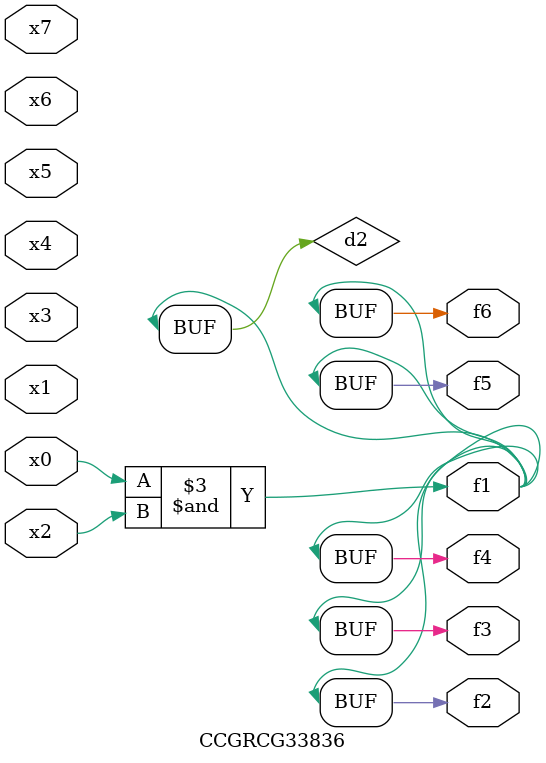
<source format=v>
module CCGRCG33836(
	input x0, x1, x2, x3, x4, x5, x6, x7,
	output f1, f2, f3, f4, f5, f6
);

	wire d1, d2;

	nor (d1, x3, x6);
	and (d2, x0, x2);
	assign f1 = d2;
	assign f2 = d2;
	assign f3 = d2;
	assign f4 = d2;
	assign f5 = d2;
	assign f6 = d2;
endmodule

</source>
